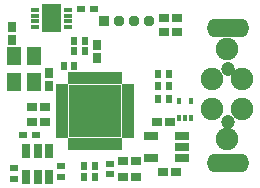
<source format=gts>
G04 #@! TF.FileFunction,Soldermask,Top*
%FSLAX46Y46*%
G04 Gerber Fmt 4.6, Leading zero omitted, Abs format (unit mm)*
G04 Created by KiCad (PCBNEW 4.0.7) date 2018. July 01., Sunday 21:28:53*
%MOMM*%
%LPD*%
G01*
G04 APERTURE LIST*
%ADD10C,0.150000*%
%ADD11R,0.500000X0.700000*%
%ADD12R,0.700000X0.500000*%
%ADD13R,0.700000X0.600000*%
%ADD14R,0.800000X0.350000*%
%ADD15R,0.930000X1.290000*%
%ADD16R,0.750000X1.160000*%
%ADD17R,0.400000X0.550000*%
%ADD18C,1.900000*%
%ADD19C,0.950000*%
%ADD20R,0.950000X0.950000*%
%ADD21O,3.600120X1.601140*%
%ADD22C,1.199820*%
%ADD23R,0.900100X0.798500*%
%ADD24R,1.049300X0.599720*%
%ADD25R,0.599720X1.049300*%
%ADD26R,4.399560X4.399560*%
%ADD27C,0.604800*%
%ADD28R,1.298880X0.719760*%
%ADD29R,1.293800X1.497000*%
%ADD30R,0.798500X0.900100*%
G04 APERTURE END LIST*
D10*
D11*
X-5174400Y-6007100D03*
X-4274400Y-6007100D03*
D12*
X-2997200Y-6711100D03*
X-2997200Y-5811100D03*
D11*
X-5174400Y-6921500D03*
X-4274400Y-6921500D03*
X-6001600Y2476500D03*
X-6901600Y2476500D03*
X1124800Y800100D03*
X2024800Y800100D03*
X1124800Y1816100D03*
X2024800Y1816100D03*
X1124800Y-317500D03*
X2024800Y-317500D03*
D12*
X-11074400Y-7066700D03*
X-11074400Y-6166700D03*
X-7112000Y-6914300D03*
X-7112000Y-6014300D03*
D11*
X-5087200Y4610100D03*
X-5987200Y4610100D03*
X-5087200Y3695700D03*
X-5987200Y3695700D03*
D13*
X-9263200Y-3416300D03*
X-10363200Y-3416300D03*
D14*
X-9324800Y7239700D03*
X-9324800Y6739700D03*
X-9324800Y6239700D03*
X-9324800Y5739700D03*
X-6524800Y5739700D03*
X-6524800Y6239700D03*
X-6524800Y6739700D03*
X-6524800Y7239700D03*
D15*
X-7509800Y5894700D03*
X-7509800Y7084700D03*
X-8339800Y5894700D03*
X-8339800Y7084700D03*
D16*
X-10043200Y-6903900D03*
X-9093200Y-6903900D03*
X-8143200Y-6903900D03*
X-8143200Y-4703900D03*
X-10043200Y-4703900D03*
X-9093200Y-4703900D03*
D13*
X-4326800Y7251700D03*
X-5426800Y7251700D03*
D17*
X2903600Y-1931900D03*
X3903600Y-1931900D03*
X2903600Y-531900D03*
X3403600Y-1931900D03*
X3903600Y-531900D03*
D18*
X8240000Y-1213500D03*
X8240000Y1326500D03*
X6970000Y-3753500D03*
X5700000Y-1213500D03*
X5700000Y1326500D03*
X6970000Y3866500D03*
D19*
X-2235000Y6246500D03*
X-965000Y6246500D03*
D20*
X-3505000Y6246500D03*
D19*
X305000Y6246500D03*
D21*
X6999600Y5683770D03*
X6999600Y-5715750D03*
D22*
X6999600Y-2266430D03*
X6999600Y2234450D03*
D23*
X2649220Y-6515100D03*
X1551940Y-6515100D03*
X-1897380Y-5549900D03*
X-800100Y-5549900D03*
D24*
X-7025640Y652780D03*
X-7025640Y152400D03*
X-7025640Y-347980D03*
X-7025640Y-848360D03*
X-7025640Y-1348740D03*
X-7025640Y-1849120D03*
X-7025640Y-2349500D03*
X-7025640Y-2849880D03*
X-7025640Y-3350260D03*
D25*
X-6250940Y-4124960D03*
X-5750560Y-4124960D03*
X-5250180Y-4124960D03*
X-4749800Y-4124960D03*
X-4249420Y-4124960D03*
X-3749040Y-4124960D03*
X-3248660Y-4124960D03*
X-2748280Y-4124960D03*
X-2247900Y-4124960D03*
D24*
X-1473200Y-3350260D03*
X-1473200Y-2849880D03*
X-1473200Y-2349500D03*
X-1473200Y-1849120D03*
X-1473200Y-1348740D03*
X-1473200Y-848360D03*
X-1473200Y-347980D03*
X-1473200Y152400D03*
X-1473200Y652780D03*
D25*
X-2247900Y1427480D03*
X-2748280Y1427480D03*
X-3248660Y1427480D03*
X-3749040Y1427480D03*
X-4249420Y1427480D03*
X-4749800Y1427480D03*
X-5250180Y1427480D03*
X-5750560Y1427480D03*
X-6250940Y1427480D03*
D26*
X-4249420Y-1348740D03*
D27*
X-4249420Y-1348740D03*
X-3248660Y-1348740D03*
X-5250180Y-1348740D03*
X-5250180Y-347980D03*
X-4249420Y-347980D03*
X-3248660Y-347980D03*
X-3248660Y-2349500D03*
X-4249420Y-2349500D03*
X-5250180Y-2349500D03*
D28*
X3159760Y-5331460D03*
X3159760Y-4381500D03*
X3159760Y-3431540D03*
X523240Y-3431540D03*
X523240Y-5331460D03*
D29*
X-11112500Y3271520D03*
X-9410700Y3271520D03*
X-9410700Y1071880D03*
X-11112500Y1071880D03*
D23*
X-8442960Y-977900D03*
X-9540240Y-977900D03*
D30*
X-8128000Y810260D03*
X-8128000Y1907540D03*
D23*
X2674620Y6550660D03*
X1577340Y6550660D03*
D30*
X-4100000Y3147860D03*
X-4100000Y4245140D03*
D23*
X-8442960Y-2247900D03*
X-9540240Y-2247900D03*
D30*
X-11226800Y4671060D03*
X-11226800Y5768340D03*
D23*
X-800100Y-6949440D03*
X-1897380Y-6949440D03*
X2674620Y5300980D03*
X1577340Y5300980D03*
X1026160Y-2298700D03*
X2123440Y-2298700D03*
M02*

</source>
